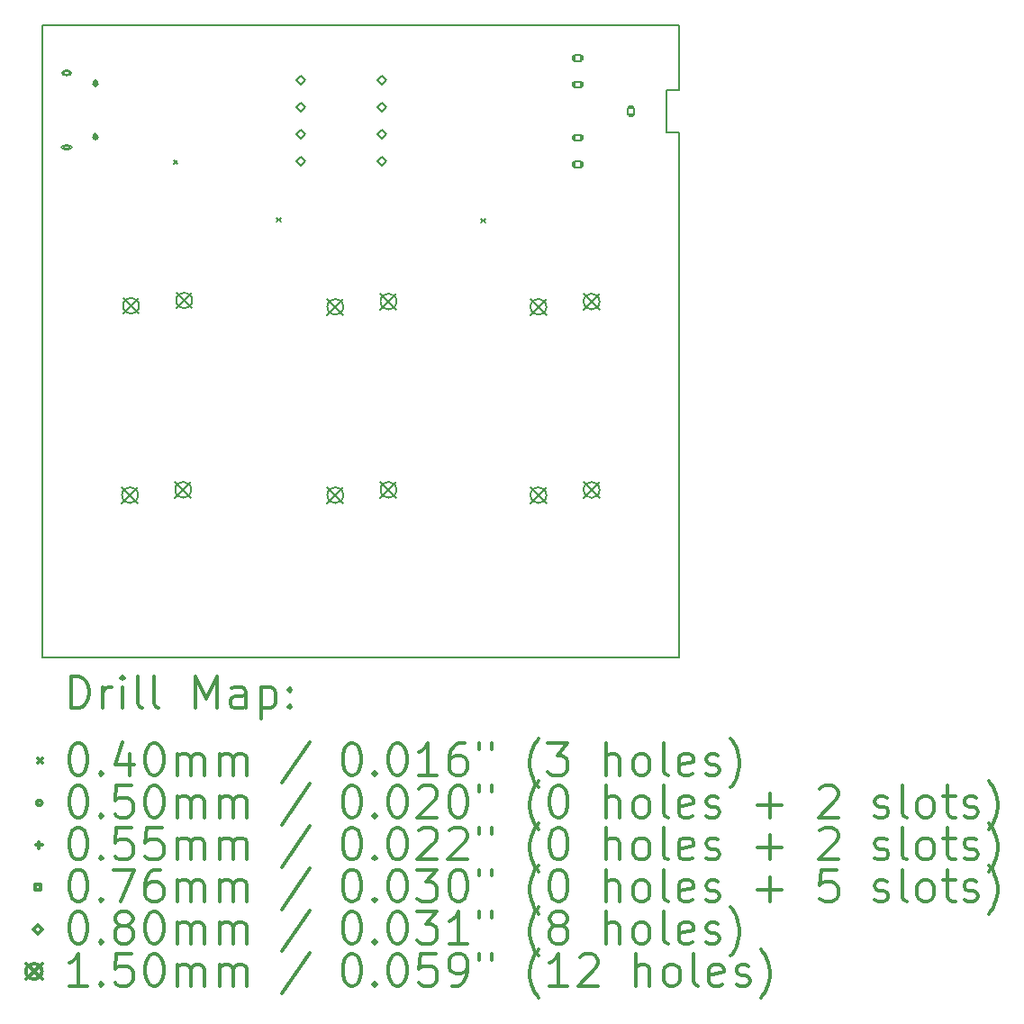
<source format=gbr>
%FSLAX45Y45*%
G04 Gerber Fmt 4.5, Leading zero omitted, Abs format (unit mm)*
G04 Created by KiCad (PCBNEW 4.0.6) date Sunday, July 23, 2017 'AMt' 01:21:17 AM*
%MOMM*%
%LPD*%
G01*
G04 APERTURE LIST*
%ADD10C,0.127000*%
%ADD11C,0.150000*%
%ADD12C,0.200000*%
%ADD13C,0.300000*%
G04 APERTURE END LIST*
D10*
D11*
X16967200Y-8162700D02*
X16967200Y-13102700D01*
X16847200Y-8162700D02*
X16967200Y-8162700D01*
X16847200Y-7762700D02*
X16847200Y-8162700D01*
X16967200Y-7762700D02*
X16847200Y-7762700D01*
X16967200Y-7352700D02*
X16967200Y-7762700D01*
X10987200Y-13102700D02*
X16967200Y-13102700D01*
X10987200Y-7152700D02*
X10987200Y-13102700D01*
X16967200Y-7152700D02*
X10987200Y-7152700D01*
X16967200Y-7352700D02*
X16967200Y-7152700D01*
D12*
X12217200Y-8422700D02*
X12257200Y-8462700D01*
X12257200Y-8422700D02*
X12217200Y-8462700D01*
X13187200Y-8962700D02*
X13227200Y-9002700D01*
X13227200Y-8962700D02*
X13187200Y-9002700D01*
X15107200Y-8972700D02*
X15147200Y-9012700D01*
X15147200Y-8972700D02*
X15107200Y-9012700D01*
X11237200Y-7602700D02*
G75*
G03X11237200Y-7602700I-25000J0D01*
G01*
X11179700Y-7617700D02*
X11244700Y-7617700D01*
X11179700Y-7587700D02*
X11244700Y-7587700D01*
X11244700Y-7617700D02*
G75*
G03X11244700Y-7587700I0J15000D01*
G01*
X11179700Y-7587700D02*
G75*
G03X11179700Y-7617700I0J-15000D01*
G01*
X11237200Y-8302700D02*
G75*
G03X11237200Y-8302700I-25000J0D01*
G01*
X11179700Y-8317700D02*
X11244700Y-8317700D01*
X11179700Y-8287700D02*
X11244700Y-8287700D01*
X11244700Y-8317700D02*
G75*
G03X11244700Y-8287700I0J15000D01*
G01*
X11179700Y-8287700D02*
G75*
G03X11179700Y-8317700I0J-15000D01*
G01*
X11482200Y-7675200D02*
X11482200Y-7730200D01*
X11454700Y-7702700D02*
X11509700Y-7702700D01*
X11464700Y-7687700D02*
X11464700Y-7717700D01*
X11499700Y-7687700D02*
X11499700Y-7717700D01*
X11464700Y-7717700D02*
G75*
G03X11499700Y-7717700I17500J0D01*
G01*
X11499700Y-7687700D02*
G75*
G03X11464700Y-7687700I-17500J0D01*
G01*
X11482200Y-8175200D02*
X11482200Y-8230200D01*
X11454700Y-8202700D02*
X11509700Y-8202700D01*
X11464700Y-8187700D02*
X11464700Y-8217700D01*
X11499700Y-8187700D02*
X11499700Y-8217700D01*
X11464700Y-8217700D02*
G75*
G03X11499700Y-8217700I17500J0D01*
G01*
X11499700Y-8187700D02*
G75*
G03X11464700Y-8187700I-17500J0D01*
G01*
X16044141Y-7489641D02*
X16044141Y-7435759D01*
X15990259Y-7435759D01*
X15990259Y-7489641D01*
X16044141Y-7489641D01*
X16039100Y-7434600D02*
X15995300Y-7434600D01*
X16039100Y-7490800D02*
X15995300Y-7490800D01*
X15995300Y-7434600D02*
G75*
G03X15995300Y-7490800I0J-28100D01*
G01*
X16039100Y-7490800D02*
G75*
G03X16039100Y-7434600I0J28100D01*
G01*
X16044141Y-7739641D02*
X16044141Y-7685759D01*
X15990259Y-7685759D01*
X15990259Y-7739641D01*
X16044141Y-7739641D01*
X16039100Y-7684600D02*
X15995300Y-7684600D01*
X16039100Y-7740800D02*
X15995300Y-7740800D01*
X15995300Y-7684600D02*
G75*
G03X15995300Y-7740800I0J-28100D01*
G01*
X16039100Y-7740800D02*
G75*
G03X16039100Y-7684600I0J28100D01*
G01*
X16044141Y-8239641D02*
X16044141Y-8185759D01*
X15990259Y-8185759D01*
X15990259Y-8239641D01*
X16044141Y-8239641D01*
X16039100Y-8184600D02*
X15995300Y-8184600D01*
X16039100Y-8240800D02*
X15995300Y-8240800D01*
X15995300Y-8184600D02*
G75*
G03X15995300Y-8240800I0J-28100D01*
G01*
X16039100Y-8240800D02*
G75*
G03X16039100Y-8184600I0J28100D01*
G01*
X16044141Y-8489641D02*
X16044141Y-8435759D01*
X15990259Y-8435759D01*
X15990259Y-8489641D01*
X16044141Y-8489641D01*
X16039100Y-8434600D02*
X15995300Y-8434600D01*
X16039100Y-8490800D02*
X15995300Y-8490800D01*
X15995300Y-8434600D02*
G75*
G03X15995300Y-8490800I0J-28100D01*
G01*
X16039100Y-8490800D02*
G75*
G03X16039100Y-8434600I0J28100D01*
G01*
X16544141Y-7989641D02*
X16544141Y-7935759D01*
X16490259Y-7935759D01*
X16490259Y-7989641D01*
X16544141Y-7989641D01*
X16545300Y-7984600D02*
X16545300Y-7940800D01*
X16489100Y-7984600D02*
X16489100Y-7940800D01*
X16545300Y-7940800D02*
G75*
G03X16489100Y-7940800I-28100J0D01*
G01*
X16489100Y-7984600D02*
G75*
G03X16545300Y-7984600I28100J0D01*
G01*
X13415200Y-7710700D02*
X13455200Y-7670700D01*
X13415200Y-7630700D01*
X13375200Y-7670700D01*
X13415200Y-7710700D01*
X13415200Y-7964700D02*
X13455200Y-7924700D01*
X13415200Y-7884700D01*
X13375200Y-7924700D01*
X13415200Y-7964700D01*
X13415200Y-8218700D02*
X13455200Y-8178700D01*
X13415200Y-8138700D01*
X13375200Y-8178700D01*
X13415200Y-8218700D01*
X13415200Y-8472700D02*
X13455200Y-8432700D01*
X13415200Y-8392700D01*
X13375200Y-8432700D01*
X13415200Y-8472700D01*
X14177200Y-7710700D02*
X14217200Y-7670700D01*
X14177200Y-7630700D01*
X14137200Y-7670700D01*
X14177200Y-7710700D01*
X14177200Y-7964700D02*
X14217200Y-7924700D01*
X14177200Y-7884700D01*
X14137200Y-7924700D01*
X14177200Y-7964700D01*
X14177200Y-8218700D02*
X14217200Y-8178700D01*
X14177200Y-8138700D01*
X14137200Y-8178700D01*
X14177200Y-8218700D01*
X14177200Y-8472700D02*
X14217200Y-8432700D01*
X14177200Y-8392700D01*
X14137200Y-8432700D01*
X14177200Y-8472700D01*
X11732200Y-11497700D02*
X11882200Y-11647700D01*
X11882200Y-11497700D02*
X11732200Y-11647700D01*
X11882200Y-11572700D02*
G75*
G03X11882200Y-11572700I-75000J0D01*
G01*
X11742200Y-9717700D02*
X11892200Y-9867700D01*
X11892200Y-9717700D02*
X11742200Y-9867700D01*
X11892200Y-9792700D02*
G75*
G03X11892200Y-9792700I-75000J0D01*
G01*
X12232200Y-11447700D02*
X12382200Y-11597700D01*
X12382200Y-11447700D02*
X12232200Y-11597700D01*
X12382200Y-11522700D02*
G75*
G03X12382200Y-11522700I-75000J0D01*
G01*
X12242200Y-9667700D02*
X12392200Y-9817700D01*
X12392200Y-9667700D02*
X12242200Y-9817700D01*
X12392200Y-9742700D02*
G75*
G03X12392200Y-9742700I-75000J0D01*
G01*
X13662200Y-9727700D02*
X13812200Y-9877700D01*
X13812200Y-9727700D02*
X13662200Y-9877700D01*
X13812200Y-9802700D02*
G75*
G03X13812200Y-9802700I-75000J0D01*
G01*
X13662200Y-11497700D02*
X13812200Y-11647700D01*
X13812200Y-11497700D02*
X13662200Y-11647700D01*
X13812200Y-11572700D02*
G75*
G03X13812200Y-11572700I-75000J0D01*
G01*
X14162200Y-9677700D02*
X14312200Y-9827700D01*
X14312200Y-9677700D02*
X14162200Y-9827700D01*
X14312200Y-9752700D02*
G75*
G03X14312200Y-9752700I-75000J0D01*
G01*
X14162200Y-11447700D02*
X14312200Y-11597700D01*
X14312200Y-11447700D02*
X14162200Y-11597700D01*
X14312200Y-11522700D02*
G75*
G03X14312200Y-11522700I-75000J0D01*
G01*
X15572200Y-9727700D02*
X15722200Y-9877700D01*
X15722200Y-9727700D02*
X15572200Y-9877700D01*
X15722200Y-9802700D02*
G75*
G03X15722200Y-9802700I-75000J0D01*
G01*
X15572200Y-11497700D02*
X15722200Y-11647700D01*
X15722200Y-11497700D02*
X15572200Y-11647700D01*
X15722200Y-11572700D02*
G75*
G03X15722200Y-11572700I-75000J0D01*
G01*
X16072200Y-9677700D02*
X16222200Y-9827700D01*
X16222200Y-9677700D02*
X16072200Y-9827700D01*
X16222200Y-9752700D02*
G75*
G03X16222200Y-9752700I-75000J0D01*
G01*
X16072200Y-11447700D02*
X16222200Y-11597700D01*
X16222200Y-11447700D02*
X16072200Y-11597700D01*
X16222200Y-11522700D02*
G75*
G03X16222200Y-11522700I-75000J0D01*
G01*
D13*
X11251128Y-13575914D02*
X11251128Y-13275914D01*
X11322557Y-13275914D01*
X11365414Y-13290200D01*
X11393986Y-13318771D01*
X11408271Y-13347343D01*
X11422557Y-13404486D01*
X11422557Y-13447343D01*
X11408271Y-13504486D01*
X11393986Y-13533057D01*
X11365414Y-13561629D01*
X11322557Y-13575914D01*
X11251128Y-13575914D01*
X11551128Y-13575914D02*
X11551128Y-13375914D01*
X11551128Y-13433057D02*
X11565414Y-13404486D01*
X11579700Y-13390200D01*
X11608271Y-13375914D01*
X11636843Y-13375914D01*
X11736843Y-13575914D02*
X11736843Y-13375914D01*
X11736843Y-13275914D02*
X11722557Y-13290200D01*
X11736843Y-13304486D01*
X11751128Y-13290200D01*
X11736843Y-13275914D01*
X11736843Y-13304486D01*
X11922557Y-13575914D02*
X11893986Y-13561629D01*
X11879700Y-13533057D01*
X11879700Y-13275914D01*
X12079700Y-13575914D02*
X12051128Y-13561629D01*
X12036843Y-13533057D01*
X12036843Y-13275914D01*
X12422557Y-13575914D02*
X12422557Y-13275914D01*
X12522557Y-13490200D01*
X12622557Y-13275914D01*
X12622557Y-13575914D01*
X12893986Y-13575914D02*
X12893986Y-13418771D01*
X12879700Y-13390200D01*
X12851128Y-13375914D01*
X12793986Y-13375914D01*
X12765414Y-13390200D01*
X12893986Y-13561629D02*
X12865414Y-13575914D01*
X12793986Y-13575914D01*
X12765414Y-13561629D01*
X12751128Y-13533057D01*
X12751128Y-13504486D01*
X12765414Y-13475914D01*
X12793986Y-13461629D01*
X12865414Y-13461629D01*
X12893986Y-13447343D01*
X13036843Y-13375914D02*
X13036843Y-13675914D01*
X13036843Y-13390200D02*
X13065414Y-13375914D01*
X13122557Y-13375914D01*
X13151128Y-13390200D01*
X13165414Y-13404486D01*
X13179700Y-13433057D01*
X13179700Y-13518771D01*
X13165414Y-13547343D01*
X13151128Y-13561629D01*
X13122557Y-13575914D01*
X13065414Y-13575914D01*
X13036843Y-13561629D01*
X13308271Y-13547343D02*
X13322557Y-13561629D01*
X13308271Y-13575914D01*
X13293986Y-13561629D01*
X13308271Y-13547343D01*
X13308271Y-13575914D01*
X13308271Y-13390200D02*
X13322557Y-13404486D01*
X13308271Y-13418771D01*
X13293986Y-13404486D01*
X13308271Y-13390200D01*
X13308271Y-13418771D01*
X10939700Y-14050200D02*
X10979700Y-14090200D01*
X10979700Y-14050200D02*
X10939700Y-14090200D01*
X11308271Y-13905914D02*
X11336843Y-13905914D01*
X11365414Y-13920200D01*
X11379700Y-13934486D01*
X11393986Y-13963057D01*
X11408271Y-14020200D01*
X11408271Y-14091629D01*
X11393986Y-14148771D01*
X11379700Y-14177343D01*
X11365414Y-14191629D01*
X11336843Y-14205914D01*
X11308271Y-14205914D01*
X11279700Y-14191629D01*
X11265414Y-14177343D01*
X11251128Y-14148771D01*
X11236843Y-14091629D01*
X11236843Y-14020200D01*
X11251128Y-13963057D01*
X11265414Y-13934486D01*
X11279700Y-13920200D01*
X11308271Y-13905914D01*
X11536843Y-14177343D02*
X11551128Y-14191629D01*
X11536843Y-14205914D01*
X11522557Y-14191629D01*
X11536843Y-14177343D01*
X11536843Y-14205914D01*
X11808271Y-14005914D02*
X11808271Y-14205914D01*
X11736843Y-13891629D02*
X11665414Y-14105914D01*
X11851128Y-14105914D01*
X12022557Y-13905914D02*
X12051128Y-13905914D01*
X12079700Y-13920200D01*
X12093986Y-13934486D01*
X12108271Y-13963057D01*
X12122557Y-14020200D01*
X12122557Y-14091629D01*
X12108271Y-14148771D01*
X12093986Y-14177343D01*
X12079700Y-14191629D01*
X12051128Y-14205914D01*
X12022557Y-14205914D01*
X11993986Y-14191629D01*
X11979700Y-14177343D01*
X11965414Y-14148771D01*
X11951128Y-14091629D01*
X11951128Y-14020200D01*
X11965414Y-13963057D01*
X11979700Y-13934486D01*
X11993986Y-13920200D01*
X12022557Y-13905914D01*
X12251128Y-14205914D02*
X12251128Y-14005914D01*
X12251128Y-14034486D02*
X12265414Y-14020200D01*
X12293986Y-14005914D01*
X12336843Y-14005914D01*
X12365414Y-14020200D01*
X12379700Y-14048771D01*
X12379700Y-14205914D01*
X12379700Y-14048771D02*
X12393986Y-14020200D01*
X12422557Y-14005914D01*
X12465414Y-14005914D01*
X12493986Y-14020200D01*
X12508271Y-14048771D01*
X12508271Y-14205914D01*
X12651128Y-14205914D02*
X12651128Y-14005914D01*
X12651128Y-14034486D02*
X12665414Y-14020200D01*
X12693986Y-14005914D01*
X12736843Y-14005914D01*
X12765414Y-14020200D01*
X12779700Y-14048771D01*
X12779700Y-14205914D01*
X12779700Y-14048771D02*
X12793986Y-14020200D01*
X12822557Y-14005914D01*
X12865414Y-14005914D01*
X12893986Y-14020200D01*
X12908271Y-14048771D01*
X12908271Y-14205914D01*
X13493986Y-13891629D02*
X13236843Y-14277343D01*
X13879700Y-13905914D02*
X13908271Y-13905914D01*
X13936843Y-13920200D01*
X13951128Y-13934486D01*
X13965414Y-13963057D01*
X13979700Y-14020200D01*
X13979700Y-14091629D01*
X13965414Y-14148771D01*
X13951128Y-14177343D01*
X13936843Y-14191629D01*
X13908271Y-14205914D01*
X13879700Y-14205914D01*
X13851128Y-14191629D01*
X13836843Y-14177343D01*
X13822557Y-14148771D01*
X13808271Y-14091629D01*
X13808271Y-14020200D01*
X13822557Y-13963057D01*
X13836843Y-13934486D01*
X13851128Y-13920200D01*
X13879700Y-13905914D01*
X14108271Y-14177343D02*
X14122557Y-14191629D01*
X14108271Y-14205914D01*
X14093986Y-14191629D01*
X14108271Y-14177343D01*
X14108271Y-14205914D01*
X14308271Y-13905914D02*
X14336843Y-13905914D01*
X14365414Y-13920200D01*
X14379700Y-13934486D01*
X14393985Y-13963057D01*
X14408271Y-14020200D01*
X14408271Y-14091629D01*
X14393985Y-14148771D01*
X14379700Y-14177343D01*
X14365414Y-14191629D01*
X14336843Y-14205914D01*
X14308271Y-14205914D01*
X14279700Y-14191629D01*
X14265414Y-14177343D01*
X14251128Y-14148771D01*
X14236843Y-14091629D01*
X14236843Y-14020200D01*
X14251128Y-13963057D01*
X14265414Y-13934486D01*
X14279700Y-13920200D01*
X14308271Y-13905914D01*
X14693985Y-14205914D02*
X14522557Y-14205914D01*
X14608271Y-14205914D02*
X14608271Y-13905914D01*
X14579700Y-13948771D01*
X14551128Y-13977343D01*
X14522557Y-13991629D01*
X14951128Y-13905914D02*
X14893985Y-13905914D01*
X14865414Y-13920200D01*
X14851128Y-13934486D01*
X14822557Y-13977343D01*
X14808271Y-14034486D01*
X14808271Y-14148771D01*
X14822557Y-14177343D01*
X14836843Y-14191629D01*
X14865414Y-14205914D01*
X14922557Y-14205914D01*
X14951128Y-14191629D01*
X14965414Y-14177343D01*
X14979700Y-14148771D01*
X14979700Y-14077343D01*
X14965414Y-14048771D01*
X14951128Y-14034486D01*
X14922557Y-14020200D01*
X14865414Y-14020200D01*
X14836843Y-14034486D01*
X14822557Y-14048771D01*
X14808271Y-14077343D01*
X15093986Y-13905914D02*
X15093986Y-13963057D01*
X15208271Y-13905914D02*
X15208271Y-13963057D01*
X15651128Y-14320200D02*
X15636843Y-14305914D01*
X15608271Y-14263057D01*
X15593985Y-14234486D01*
X15579700Y-14191629D01*
X15565414Y-14120200D01*
X15565414Y-14063057D01*
X15579700Y-13991629D01*
X15593985Y-13948771D01*
X15608271Y-13920200D01*
X15636843Y-13877343D01*
X15651128Y-13863057D01*
X15736843Y-13905914D02*
X15922557Y-13905914D01*
X15822557Y-14020200D01*
X15865414Y-14020200D01*
X15893985Y-14034486D01*
X15908271Y-14048771D01*
X15922557Y-14077343D01*
X15922557Y-14148771D01*
X15908271Y-14177343D01*
X15893985Y-14191629D01*
X15865414Y-14205914D01*
X15779700Y-14205914D01*
X15751128Y-14191629D01*
X15736843Y-14177343D01*
X16279700Y-14205914D02*
X16279700Y-13905914D01*
X16408271Y-14205914D02*
X16408271Y-14048771D01*
X16393985Y-14020200D01*
X16365414Y-14005914D01*
X16322557Y-14005914D01*
X16293985Y-14020200D01*
X16279700Y-14034486D01*
X16593985Y-14205914D02*
X16565414Y-14191629D01*
X16551128Y-14177343D01*
X16536843Y-14148771D01*
X16536843Y-14063057D01*
X16551128Y-14034486D01*
X16565414Y-14020200D01*
X16593985Y-14005914D01*
X16636843Y-14005914D01*
X16665414Y-14020200D01*
X16679700Y-14034486D01*
X16693985Y-14063057D01*
X16693985Y-14148771D01*
X16679700Y-14177343D01*
X16665414Y-14191629D01*
X16636843Y-14205914D01*
X16593985Y-14205914D01*
X16865414Y-14205914D02*
X16836843Y-14191629D01*
X16822557Y-14163057D01*
X16822557Y-13905914D01*
X17093986Y-14191629D02*
X17065414Y-14205914D01*
X17008271Y-14205914D01*
X16979700Y-14191629D01*
X16965414Y-14163057D01*
X16965414Y-14048771D01*
X16979700Y-14020200D01*
X17008271Y-14005914D01*
X17065414Y-14005914D01*
X17093986Y-14020200D01*
X17108271Y-14048771D01*
X17108271Y-14077343D01*
X16965414Y-14105914D01*
X17222557Y-14191629D02*
X17251129Y-14205914D01*
X17308271Y-14205914D01*
X17336843Y-14191629D01*
X17351129Y-14163057D01*
X17351129Y-14148771D01*
X17336843Y-14120200D01*
X17308271Y-14105914D01*
X17265414Y-14105914D01*
X17236843Y-14091629D01*
X17222557Y-14063057D01*
X17222557Y-14048771D01*
X17236843Y-14020200D01*
X17265414Y-14005914D01*
X17308271Y-14005914D01*
X17336843Y-14020200D01*
X17451128Y-14320200D02*
X17465414Y-14305914D01*
X17493986Y-14263057D01*
X17508271Y-14234486D01*
X17522557Y-14191629D01*
X17536843Y-14120200D01*
X17536843Y-14063057D01*
X17522557Y-13991629D01*
X17508271Y-13948771D01*
X17493986Y-13920200D01*
X17465414Y-13877343D01*
X17451128Y-13863057D01*
X10979700Y-14466200D02*
G75*
G03X10979700Y-14466200I-25000J0D01*
G01*
X11308271Y-14301914D02*
X11336843Y-14301914D01*
X11365414Y-14316200D01*
X11379700Y-14330486D01*
X11393986Y-14359057D01*
X11408271Y-14416200D01*
X11408271Y-14487629D01*
X11393986Y-14544771D01*
X11379700Y-14573343D01*
X11365414Y-14587629D01*
X11336843Y-14601914D01*
X11308271Y-14601914D01*
X11279700Y-14587629D01*
X11265414Y-14573343D01*
X11251128Y-14544771D01*
X11236843Y-14487629D01*
X11236843Y-14416200D01*
X11251128Y-14359057D01*
X11265414Y-14330486D01*
X11279700Y-14316200D01*
X11308271Y-14301914D01*
X11536843Y-14573343D02*
X11551128Y-14587629D01*
X11536843Y-14601914D01*
X11522557Y-14587629D01*
X11536843Y-14573343D01*
X11536843Y-14601914D01*
X11822557Y-14301914D02*
X11679700Y-14301914D01*
X11665414Y-14444771D01*
X11679700Y-14430486D01*
X11708271Y-14416200D01*
X11779700Y-14416200D01*
X11808271Y-14430486D01*
X11822557Y-14444771D01*
X11836843Y-14473343D01*
X11836843Y-14544771D01*
X11822557Y-14573343D01*
X11808271Y-14587629D01*
X11779700Y-14601914D01*
X11708271Y-14601914D01*
X11679700Y-14587629D01*
X11665414Y-14573343D01*
X12022557Y-14301914D02*
X12051128Y-14301914D01*
X12079700Y-14316200D01*
X12093986Y-14330486D01*
X12108271Y-14359057D01*
X12122557Y-14416200D01*
X12122557Y-14487629D01*
X12108271Y-14544771D01*
X12093986Y-14573343D01*
X12079700Y-14587629D01*
X12051128Y-14601914D01*
X12022557Y-14601914D01*
X11993986Y-14587629D01*
X11979700Y-14573343D01*
X11965414Y-14544771D01*
X11951128Y-14487629D01*
X11951128Y-14416200D01*
X11965414Y-14359057D01*
X11979700Y-14330486D01*
X11993986Y-14316200D01*
X12022557Y-14301914D01*
X12251128Y-14601914D02*
X12251128Y-14401914D01*
X12251128Y-14430486D02*
X12265414Y-14416200D01*
X12293986Y-14401914D01*
X12336843Y-14401914D01*
X12365414Y-14416200D01*
X12379700Y-14444771D01*
X12379700Y-14601914D01*
X12379700Y-14444771D02*
X12393986Y-14416200D01*
X12422557Y-14401914D01*
X12465414Y-14401914D01*
X12493986Y-14416200D01*
X12508271Y-14444771D01*
X12508271Y-14601914D01*
X12651128Y-14601914D02*
X12651128Y-14401914D01*
X12651128Y-14430486D02*
X12665414Y-14416200D01*
X12693986Y-14401914D01*
X12736843Y-14401914D01*
X12765414Y-14416200D01*
X12779700Y-14444771D01*
X12779700Y-14601914D01*
X12779700Y-14444771D02*
X12793986Y-14416200D01*
X12822557Y-14401914D01*
X12865414Y-14401914D01*
X12893986Y-14416200D01*
X12908271Y-14444771D01*
X12908271Y-14601914D01*
X13493986Y-14287629D02*
X13236843Y-14673343D01*
X13879700Y-14301914D02*
X13908271Y-14301914D01*
X13936843Y-14316200D01*
X13951128Y-14330486D01*
X13965414Y-14359057D01*
X13979700Y-14416200D01*
X13979700Y-14487629D01*
X13965414Y-14544771D01*
X13951128Y-14573343D01*
X13936843Y-14587629D01*
X13908271Y-14601914D01*
X13879700Y-14601914D01*
X13851128Y-14587629D01*
X13836843Y-14573343D01*
X13822557Y-14544771D01*
X13808271Y-14487629D01*
X13808271Y-14416200D01*
X13822557Y-14359057D01*
X13836843Y-14330486D01*
X13851128Y-14316200D01*
X13879700Y-14301914D01*
X14108271Y-14573343D02*
X14122557Y-14587629D01*
X14108271Y-14601914D01*
X14093986Y-14587629D01*
X14108271Y-14573343D01*
X14108271Y-14601914D01*
X14308271Y-14301914D02*
X14336843Y-14301914D01*
X14365414Y-14316200D01*
X14379700Y-14330486D01*
X14393985Y-14359057D01*
X14408271Y-14416200D01*
X14408271Y-14487629D01*
X14393985Y-14544771D01*
X14379700Y-14573343D01*
X14365414Y-14587629D01*
X14336843Y-14601914D01*
X14308271Y-14601914D01*
X14279700Y-14587629D01*
X14265414Y-14573343D01*
X14251128Y-14544771D01*
X14236843Y-14487629D01*
X14236843Y-14416200D01*
X14251128Y-14359057D01*
X14265414Y-14330486D01*
X14279700Y-14316200D01*
X14308271Y-14301914D01*
X14522557Y-14330486D02*
X14536843Y-14316200D01*
X14565414Y-14301914D01*
X14636843Y-14301914D01*
X14665414Y-14316200D01*
X14679700Y-14330486D01*
X14693985Y-14359057D01*
X14693985Y-14387629D01*
X14679700Y-14430486D01*
X14508271Y-14601914D01*
X14693985Y-14601914D01*
X14879700Y-14301914D02*
X14908271Y-14301914D01*
X14936843Y-14316200D01*
X14951128Y-14330486D01*
X14965414Y-14359057D01*
X14979700Y-14416200D01*
X14979700Y-14487629D01*
X14965414Y-14544771D01*
X14951128Y-14573343D01*
X14936843Y-14587629D01*
X14908271Y-14601914D01*
X14879700Y-14601914D01*
X14851128Y-14587629D01*
X14836843Y-14573343D01*
X14822557Y-14544771D01*
X14808271Y-14487629D01*
X14808271Y-14416200D01*
X14822557Y-14359057D01*
X14836843Y-14330486D01*
X14851128Y-14316200D01*
X14879700Y-14301914D01*
X15093986Y-14301914D02*
X15093986Y-14359057D01*
X15208271Y-14301914D02*
X15208271Y-14359057D01*
X15651128Y-14716200D02*
X15636843Y-14701914D01*
X15608271Y-14659057D01*
X15593985Y-14630486D01*
X15579700Y-14587629D01*
X15565414Y-14516200D01*
X15565414Y-14459057D01*
X15579700Y-14387629D01*
X15593985Y-14344771D01*
X15608271Y-14316200D01*
X15636843Y-14273343D01*
X15651128Y-14259057D01*
X15822557Y-14301914D02*
X15851128Y-14301914D01*
X15879700Y-14316200D01*
X15893985Y-14330486D01*
X15908271Y-14359057D01*
X15922557Y-14416200D01*
X15922557Y-14487629D01*
X15908271Y-14544771D01*
X15893985Y-14573343D01*
X15879700Y-14587629D01*
X15851128Y-14601914D01*
X15822557Y-14601914D01*
X15793985Y-14587629D01*
X15779700Y-14573343D01*
X15765414Y-14544771D01*
X15751128Y-14487629D01*
X15751128Y-14416200D01*
X15765414Y-14359057D01*
X15779700Y-14330486D01*
X15793985Y-14316200D01*
X15822557Y-14301914D01*
X16279700Y-14601914D02*
X16279700Y-14301914D01*
X16408271Y-14601914D02*
X16408271Y-14444771D01*
X16393985Y-14416200D01*
X16365414Y-14401914D01*
X16322557Y-14401914D01*
X16293985Y-14416200D01*
X16279700Y-14430486D01*
X16593985Y-14601914D02*
X16565414Y-14587629D01*
X16551128Y-14573343D01*
X16536843Y-14544771D01*
X16536843Y-14459057D01*
X16551128Y-14430486D01*
X16565414Y-14416200D01*
X16593985Y-14401914D01*
X16636843Y-14401914D01*
X16665414Y-14416200D01*
X16679700Y-14430486D01*
X16693985Y-14459057D01*
X16693985Y-14544771D01*
X16679700Y-14573343D01*
X16665414Y-14587629D01*
X16636843Y-14601914D01*
X16593985Y-14601914D01*
X16865414Y-14601914D02*
X16836843Y-14587629D01*
X16822557Y-14559057D01*
X16822557Y-14301914D01*
X17093986Y-14587629D02*
X17065414Y-14601914D01*
X17008271Y-14601914D01*
X16979700Y-14587629D01*
X16965414Y-14559057D01*
X16965414Y-14444771D01*
X16979700Y-14416200D01*
X17008271Y-14401914D01*
X17065414Y-14401914D01*
X17093986Y-14416200D01*
X17108271Y-14444771D01*
X17108271Y-14473343D01*
X16965414Y-14501914D01*
X17222557Y-14587629D02*
X17251129Y-14601914D01*
X17308271Y-14601914D01*
X17336843Y-14587629D01*
X17351129Y-14559057D01*
X17351129Y-14544771D01*
X17336843Y-14516200D01*
X17308271Y-14501914D01*
X17265414Y-14501914D01*
X17236843Y-14487629D01*
X17222557Y-14459057D01*
X17222557Y-14444771D01*
X17236843Y-14416200D01*
X17265414Y-14401914D01*
X17308271Y-14401914D01*
X17336843Y-14416200D01*
X17708271Y-14487629D02*
X17936843Y-14487629D01*
X17822557Y-14601914D02*
X17822557Y-14373343D01*
X18293986Y-14330486D02*
X18308271Y-14316200D01*
X18336843Y-14301914D01*
X18408271Y-14301914D01*
X18436843Y-14316200D01*
X18451128Y-14330486D01*
X18465414Y-14359057D01*
X18465414Y-14387629D01*
X18451128Y-14430486D01*
X18279700Y-14601914D01*
X18465414Y-14601914D01*
X18808271Y-14587629D02*
X18836843Y-14601914D01*
X18893986Y-14601914D01*
X18922557Y-14587629D01*
X18936843Y-14559057D01*
X18936843Y-14544771D01*
X18922557Y-14516200D01*
X18893986Y-14501914D01*
X18851128Y-14501914D01*
X18822557Y-14487629D01*
X18808271Y-14459057D01*
X18808271Y-14444771D01*
X18822557Y-14416200D01*
X18851128Y-14401914D01*
X18893986Y-14401914D01*
X18922557Y-14416200D01*
X19108271Y-14601914D02*
X19079700Y-14587629D01*
X19065414Y-14559057D01*
X19065414Y-14301914D01*
X19265414Y-14601914D02*
X19236843Y-14587629D01*
X19222557Y-14573343D01*
X19208271Y-14544771D01*
X19208271Y-14459057D01*
X19222557Y-14430486D01*
X19236843Y-14416200D01*
X19265414Y-14401914D01*
X19308271Y-14401914D01*
X19336843Y-14416200D01*
X19351128Y-14430486D01*
X19365414Y-14459057D01*
X19365414Y-14544771D01*
X19351128Y-14573343D01*
X19336843Y-14587629D01*
X19308271Y-14601914D01*
X19265414Y-14601914D01*
X19451128Y-14401914D02*
X19565414Y-14401914D01*
X19493986Y-14301914D02*
X19493986Y-14559057D01*
X19508271Y-14587629D01*
X19536843Y-14601914D01*
X19565414Y-14601914D01*
X19651129Y-14587629D02*
X19679700Y-14601914D01*
X19736843Y-14601914D01*
X19765414Y-14587629D01*
X19779700Y-14559057D01*
X19779700Y-14544771D01*
X19765414Y-14516200D01*
X19736843Y-14501914D01*
X19693986Y-14501914D01*
X19665414Y-14487629D01*
X19651129Y-14459057D01*
X19651129Y-14444771D01*
X19665414Y-14416200D01*
X19693986Y-14401914D01*
X19736843Y-14401914D01*
X19765414Y-14416200D01*
X19879700Y-14716200D02*
X19893986Y-14701914D01*
X19922557Y-14659057D01*
X19936843Y-14630486D01*
X19951128Y-14587629D01*
X19965414Y-14516200D01*
X19965414Y-14459057D01*
X19951128Y-14387629D01*
X19936843Y-14344771D01*
X19922557Y-14316200D01*
X19893986Y-14273343D01*
X19879700Y-14259057D01*
X10952200Y-14834700D02*
X10952200Y-14889700D01*
X10924700Y-14862200D02*
X10979700Y-14862200D01*
X11308271Y-14697914D02*
X11336843Y-14697914D01*
X11365414Y-14712200D01*
X11379700Y-14726486D01*
X11393986Y-14755057D01*
X11408271Y-14812200D01*
X11408271Y-14883629D01*
X11393986Y-14940771D01*
X11379700Y-14969343D01*
X11365414Y-14983629D01*
X11336843Y-14997914D01*
X11308271Y-14997914D01*
X11279700Y-14983629D01*
X11265414Y-14969343D01*
X11251128Y-14940771D01*
X11236843Y-14883629D01*
X11236843Y-14812200D01*
X11251128Y-14755057D01*
X11265414Y-14726486D01*
X11279700Y-14712200D01*
X11308271Y-14697914D01*
X11536843Y-14969343D02*
X11551128Y-14983629D01*
X11536843Y-14997914D01*
X11522557Y-14983629D01*
X11536843Y-14969343D01*
X11536843Y-14997914D01*
X11822557Y-14697914D02*
X11679700Y-14697914D01*
X11665414Y-14840771D01*
X11679700Y-14826486D01*
X11708271Y-14812200D01*
X11779700Y-14812200D01*
X11808271Y-14826486D01*
X11822557Y-14840771D01*
X11836843Y-14869343D01*
X11836843Y-14940771D01*
X11822557Y-14969343D01*
X11808271Y-14983629D01*
X11779700Y-14997914D01*
X11708271Y-14997914D01*
X11679700Y-14983629D01*
X11665414Y-14969343D01*
X12108271Y-14697914D02*
X11965414Y-14697914D01*
X11951128Y-14840771D01*
X11965414Y-14826486D01*
X11993986Y-14812200D01*
X12065414Y-14812200D01*
X12093986Y-14826486D01*
X12108271Y-14840771D01*
X12122557Y-14869343D01*
X12122557Y-14940771D01*
X12108271Y-14969343D01*
X12093986Y-14983629D01*
X12065414Y-14997914D01*
X11993986Y-14997914D01*
X11965414Y-14983629D01*
X11951128Y-14969343D01*
X12251128Y-14997914D02*
X12251128Y-14797914D01*
X12251128Y-14826486D02*
X12265414Y-14812200D01*
X12293986Y-14797914D01*
X12336843Y-14797914D01*
X12365414Y-14812200D01*
X12379700Y-14840771D01*
X12379700Y-14997914D01*
X12379700Y-14840771D02*
X12393986Y-14812200D01*
X12422557Y-14797914D01*
X12465414Y-14797914D01*
X12493986Y-14812200D01*
X12508271Y-14840771D01*
X12508271Y-14997914D01*
X12651128Y-14997914D02*
X12651128Y-14797914D01*
X12651128Y-14826486D02*
X12665414Y-14812200D01*
X12693986Y-14797914D01*
X12736843Y-14797914D01*
X12765414Y-14812200D01*
X12779700Y-14840771D01*
X12779700Y-14997914D01*
X12779700Y-14840771D02*
X12793986Y-14812200D01*
X12822557Y-14797914D01*
X12865414Y-14797914D01*
X12893986Y-14812200D01*
X12908271Y-14840771D01*
X12908271Y-14997914D01*
X13493986Y-14683629D02*
X13236843Y-15069343D01*
X13879700Y-14697914D02*
X13908271Y-14697914D01*
X13936843Y-14712200D01*
X13951128Y-14726486D01*
X13965414Y-14755057D01*
X13979700Y-14812200D01*
X13979700Y-14883629D01*
X13965414Y-14940771D01*
X13951128Y-14969343D01*
X13936843Y-14983629D01*
X13908271Y-14997914D01*
X13879700Y-14997914D01*
X13851128Y-14983629D01*
X13836843Y-14969343D01*
X13822557Y-14940771D01*
X13808271Y-14883629D01*
X13808271Y-14812200D01*
X13822557Y-14755057D01*
X13836843Y-14726486D01*
X13851128Y-14712200D01*
X13879700Y-14697914D01*
X14108271Y-14969343D02*
X14122557Y-14983629D01*
X14108271Y-14997914D01*
X14093986Y-14983629D01*
X14108271Y-14969343D01*
X14108271Y-14997914D01*
X14308271Y-14697914D02*
X14336843Y-14697914D01*
X14365414Y-14712200D01*
X14379700Y-14726486D01*
X14393985Y-14755057D01*
X14408271Y-14812200D01*
X14408271Y-14883629D01*
X14393985Y-14940771D01*
X14379700Y-14969343D01*
X14365414Y-14983629D01*
X14336843Y-14997914D01*
X14308271Y-14997914D01*
X14279700Y-14983629D01*
X14265414Y-14969343D01*
X14251128Y-14940771D01*
X14236843Y-14883629D01*
X14236843Y-14812200D01*
X14251128Y-14755057D01*
X14265414Y-14726486D01*
X14279700Y-14712200D01*
X14308271Y-14697914D01*
X14522557Y-14726486D02*
X14536843Y-14712200D01*
X14565414Y-14697914D01*
X14636843Y-14697914D01*
X14665414Y-14712200D01*
X14679700Y-14726486D01*
X14693985Y-14755057D01*
X14693985Y-14783629D01*
X14679700Y-14826486D01*
X14508271Y-14997914D01*
X14693985Y-14997914D01*
X14808271Y-14726486D02*
X14822557Y-14712200D01*
X14851128Y-14697914D01*
X14922557Y-14697914D01*
X14951128Y-14712200D01*
X14965414Y-14726486D01*
X14979700Y-14755057D01*
X14979700Y-14783629D01*
X14965414Y-14826486D01*
X14793985Y-14997914D01*
X14979700Y-14997914D01*
X15093986Y-14697914D02*
X15093986Y-14755057D01*
X15208271Y-14697914D02*
X15208271Y-14755057D01*
X15651128Y-15112200D02*
X15636843Y-15097914D01*
X15608271Y-15055057D01*
X15593985Y-15026486D01*
X15579700Y-14983629D01*
X15565414Y-14912200D01*
X15565414Y-14855057D01*
X15579700Y-14783629D01*
X15593985Y-14740771D01*
X15608271Y-14712200D01*
X15636843Y-14669343D01*
X15651128Y-14655057D01*
X15822557Y-14697914D02*
X15851128Y-14697914D01*
X15879700Y-14712200D01*
X15893985Y-14726486D01*
X15908271Y-14755057D01*
X15922557Y-14812200D01*
X15922557Y-14883629D01*
X15908271Y-14940771D01*
X15893985Y-14969343D01*
X15879700Y-14983629D01*
X15851128Y-14997914D01*
X15822557Y-14997914D01*
X15793985Y-14983629D01*
X15779700Y-14969343D01*
X15765414Y-14940771D01*
X15751128Y-14883629D01*
X15751128Y-14812200D01*
X15765414Y-14755057D01*
X15779700Y-14726486D01*
X15793985Y-14712200D01*
X15822557Y-14697914D01*
X16279700Y-14997914D02*
X16279700Y-14697914D01*
X16408271Y-14997914D02*
X16408271Y-14840771D01*
X16393985Y-14812200D01*
X16365414Y-14797914D01*
X16322557Y-14797914D01*
X16293985Y-14812200D01*
X16279700Y-14826486D01*
X16593985Y-14997914D02*
X16565414Y-14983629D01*
X16551128Y-14969343D01*
X16536843Y-14940771D01*
X16536843Y-14855057D01*
X16551128Y-14826486D01*
X16565414Y-14812200D01*
X16593985Y-14797914D01*
X16636843Y-14797914D01*
X16665414Y-14812200D01*
X16679700Y-14826486D01*
X16693985Y-14855057D01*
X16693985Y-14940771D01*
X16679700Y-14969343D01*
X16665414Y-14983629D01*
X16636843Y-14997914D01*
X16593985Y-14997914D01*
X16865414Y-14997914D02*
X16836843Y-14983629D01*
X16822557Y-14955057D01*
X16822557Y-14697914D01*
X17093986Y-14983629D02*
X17065414Y-14997914D01*
X17008271Y-14997914D01*
X16979700Y-14983629D01*
X16965414Y-14955057D01*
X16965414Y-14840771D01*
X16979700Y-14812200D01*
X17008271Y-14797914D01*
X17065414Y-14797914D01*
X17093986Y-14812200D01*
X17108271Y-14840771D01*
X17108271Y-14869343D01*
X16965414Y-14897914D01*
X17222557Y-14983629D02*
X17251129Y-14997914D01*
X17308271Y-14997914D01*
X17336843Y-14983629D01*
X17351129Y-14955057D01*
X17351129Y-14940771D01*
X17336843Y-14912200D01*
X17308271Y-14897914D01*
X17265414Y-14897914D01*
X17236843Y-14883629D01*
X17222557Y-14855057D01*
X17222557Y-14840771D01*
X17236843Y-14812200D01*
X17265414Y-14797914D01*
X17308271Y-14797914D01*
X17336843Y-14812200D01*
X17708271Y-14883629D02*
X17936843Y-14883629D01*
X17822557Y-14997914D02*
X17822557Y-14769343D01*
X18293986Y-14726486D02*
X18308271Y-14712200D01*
X18336843Y-14697914D01*
X18408271Y-14697914D01*
X18436843Y-14712200D01*
X18451128Y-14726486D01*
X18465414Y-14755057D01*
X18465414Y-14783629D01*
X18451128Y-14826486D01*
X18279700Y-14997914D01*
X18465414Y-14997914D01*
X18808271Y-14983629D02*
X18836843Y-14997914D01*
X18893986Y-14997914D01*
X18922557Y-14983629D01*
X18936843Y-14955057D01*
X18936843Y-14940771D01*
X18922557Y-14912200D01*
X18893986Y-14897914D01*
X18851128Y-14897914D01*
X18822557Y-14883629D01*
X18808271Y-14855057D01*
X18808271Y-14840771D01*
X18822557Y-14812200D01*
X18851128Y-14797914D01*
X18893986Y-14797914D01*
X18922557Y-14812200D01*
X19108271Y-14997914D02*
X19079700Y-14983629D01*
X19065414Y-14955057D01*
X19065414Y-14697914D01*
X19265414Y-14997914D02*
X19236843Y-14983629D01*
X19222557Y-14969343D01*
X19208271Y-14940771D01*
X19208271Y-14855057D01*
X19222557Y-14826486D01*
X19236843Y-14812200D01*
X19265414Y-14797914D01*
X19308271Y-14797914D01*
X19336843Y-14812200D01*
X19351128Y-14826486D01*
X19365414Y-14855057D01*
X19365414Y-14940771D01*
X19351128Y-14969343D01*
X19336843Y-14983629D01*
X19308271Y-14997914D01*
X19265414Y-14997914D01*
X19451128Y-14797914D02*
X19565414Y-14797914D01*
X19493986Y-14697914D02*
X19493986Y-14955057D01*
X19508271Y-14983629D01*
X19536843Y-14997914D01*
X19565414Y-14997914D01*
X19651129Y-14983629D02*
X19679700Y-14997914D01*
X19736843Y-14997914D01*
X19765414Y-14983629D01*
X19779700Y-14955057D01*
X19779700Y-14940771D01*
X19765414Y-14912200D01*
X19736843Y-14897914D01*
X19693986Y-14897914D01*
X19665414Y-14883629D01*
X19651129Y-14855057D01*
X19651129Y-14840771D01*
X19665414Y-14812200D01*
X19693986Y-14797914D01*
X19736843Y-14797914D01*
X19765414Y-14812200D01*
X19879700Y-15112200D02*
X19893986Y-15097914D01*
X19922557Y-15055057D01*
X19936843Y-15026486D01*
X19951128Y-14983629D01*
X19965414Y-14912200D01*
X19965414Y-14855057D01*
X19951128Y-14783629D01*
X19936843Y-14740771D01*
X19922557Y-14712200D01*
X19893986Y-14669343D01*
X19879700Y-14655057D01*
X10968541Y-15285141D02*
X10968541Y-15231259D01*
X10914659Y-15231259D01*
X10914659Y-15285141D01*
X10968541Y-15285141D01*
X11308271Y-15093914D02*
X11336843Y-15093914D01*
X11365414Y-15108200D01*
X11379700Y-15122486D01*
X11393986Y-15151057D01*
X11408271Y-15208200D01*
X11408271Y-15279629D01*
X11393986Y-15336771D01*
X11379700Y-15365343D01*
X11365414Y-15379629D01*
X11336843Y-15393914D01*
X11308271Y-15393914D01*
X11279700Y-15379629D01*
X11265414Y-15365343D01*
X11251128Y-15336771D01*
X11236843Y-15279629D01*
X11236843Y-15208200D01*
X11251128Y-15151057D01*
X11265414Y-15122486D01*
X11279700Y-15108200D01*
X11308271Y-15093914D01*
X11536843Y-15365343D02*
X11551128Y-15379629D01*
X11536843Y-15393914D01*
X11522557Y-15379629D01*
X11536843Y-15365343D01*
X11536843Y-15393914D01*
X11651128Y-15093914D02*
X11851128Y-15093914D01*
X11722557Y-15393914D01*
X12093986Y-15093914D02*
X12036843Y-15093914D01*
X12008271Y-15108200D01*
X11993986Y-15122486D01*
X11965414Y-15165343D01*
X11951128Y-15222486D01*
X11951128Y-15336771D01*
X11965414Y-15365343D01*
X11979700Y-15379629D01*
X12008271Y-15393914D01*
X12065414Y-15393914D01*
X12093986Y-15379629D01*
X12108271Y-15365343D01*
X12122557Y-15336771D01*
X12122557Y-15265343D01*
X12108271Y-15236771D01*
X12093986Y-15222486D01*
X12065414Y-15208200D01*
X12008271Y-15208200D01*
X11979700Y-15222486D01*
X11965414Y-15236771D01*
X11951128Y-15265343D01*
X12251128Y-15393914D02*
X12251128Y-15193914D01*
X12251128Y-15222486D02*
X12265414Y-15208200D01*
X12293986Y-15193914D01*
X12336843Y-15193914D01*
X12365414Y-15208200D01*
X12379700Y-15236771D01*
X12379700Y-15393914D01*
X12379700Y-15236771D02*
X12393986Y-15208200D01*
X12422557Y-15193914D01*
X12465414Y-15193914D01*
X12493986Y-15208200D01*
X12508271Y-15236771D01*
X12508271Y-15393914D01*
X12651128Y-15393914D02*
X12651128Y-15193914D01*
X12651128Y-15222486D02*
X12665414Y-15208200D01*
X12693986Y-15193914D01*
X12736843Y-15193914D01*
X12765414Y-15208200D01*
X12779700Y-15236771D01*
X12779700Y-15393914D01*
X12779700Y-15236771D02*
X12793986Y-15208200D01*
X12822557Y-15193914D01*
X12865414Y-15193914D01*
X12893986Y-15208200D01*
X12908271Y-15236771D01*
X12908271Y-15393914D01*
X13493986Y-15079629D02*
X13236843Y-15465343D01*
X13879700Y-15093914D02*
X13908271Y-15093914D01*
X13936843Y-15108200D01*
X13951128Y-15122486D01*
X13965414Y-15151057D01*
X13979700Y-15208200D01*
X13979700Y-15279629D01*
X13965414Y-15336771D01*
X13951128Y-15365343D01*
X13936843Y-15379629D01*
X13908271Y-15393914D01*
X13879700Y-15393914D01*
X13851128Y-15379629D01*
X13836843Y-15365343D01*
X13822557Y-15336771D01*
X13808271Y-15279629D01*
X13808271Y-15208200D01*
X13822557Y-15151057D01*
X13836843Y-15122486D01*
X13851128Y-15108200D01*
X13879700Y-15093914D01*
X14108271Y-15365343D02*
X14122557Y-15379629D01*
X14108271Y-15393914D01*
X14093986Y-15379629D01*
X14108271Y-15365343D01*
X14108271Y-15393914D01*
X14308271Y-15093914D02*
X14336843Y-15093914D01*
X14365414Y-15108200D01*
X14379700Y-15122486D01*
X14393985Y-15151057D01*
X14408271Y-15208200D01*
X14408271Y-15279629D01*
X14393985Y-15336771D01*
X14379700Y-15365343D01*
X14365414Y-15379629D01*
X14336843Y-15393914D01*
X14308271Y-15393914D01*
X14279700Y-15379629D01*
X14265414Y-15365343D01*
X14251128Y-15336771D01*
X14236843Y-15279629D01*
X14236843Y-15208200D01*
X14251128Y-15151057D01*
X14265414Y-15122486D01*
X14279700Y-15108200D01*
X14308271Y-15093914D01*
X14508271Y-15093914D02*
X14693985Y-15093914D01*
X14593985Y-15208200D01*
X14636843Y-15208200D01*
X14665414Y-15222486D01*
X14679700Y-15236771D01*
X14693985Y-15265343D01*
X14693985Y-15336771D01*
X14679700Y-15365343D01*
X14665414Y-15379629D01*
X14636843Y-15393914D01*
X14551128Y-15393914D01*
X14522557Y-15379629D01*
X14508271Y-15365343D01*
X14879700Y-15093914D02*
X14908271Y-15093914D01*
X14936843Y-15108200D01*
X14951128Y-15122486D01*
X14965414Y-15151057D01*
X14979700Y-15208200D01*
X14979700Y-15279629D01*
X14965414Y-15336771D01*
X14951128Y-15365343D01*
X14936843Y-15379629D01*
X14908271Y-15393914D01*
X14879700Y-15393914D01*
X14851128Y-15379629D01*
X14836843Y-15365343D01*
X14822557Y-15336771D01*
X14808271Y-15279629D01*
X14808271Y-15208200D01*
X14822557Y-15151057D01*
X14836843Y-15122486D01*
X14851128Y-15108200D01*
X14879700Y-15093914D01*
X15093986Y-15093914D02*
X15093986Y-15151057D01*
X15208271Y-15093914D02*
X15208271Y-15151057D01*
X15651128Y-15508200D02*
X15636843Y-15493914D01*
X15608271Y-15451057D01*
X15593985Y-15422486D01*
X15579700Y-15379629D01*
X15565414Y-15308200D01*
X15565414Y-15251057D01*
X15579700Y-15179629D01*
X15593985Y-15136771D01*
X15608271Y-15108200D01*
X15636843Y-15065343D01*
X15651128Y-15051057D01*
X15822557Y-15093914D02*
X15851128Y-15093914D01*
X15879700Y-15108200D01*
X15893985Y-15122486D01*
X15908271Y-15151057D01*
X15922557Y-15208200D01*
X15922557Y-15279629D01*
X15908271Y-15336771D01*
X15893985Y-15365343D01*
X15879700Y-15379629D01*
X15851128Y-15393914D01*
X15822557Y-15393914D01*
X15793985Y-15379629D01*
X15779700Y-15365343D01*
X15765414Y-15336771D01*
X15751128Y-15279629D01*
X15751128Y-15208200D01*
X15765414Y-15151057D01*
X15779700Y-15122486D01*
X15793985Y-15108200D01*
X15822557Y-15093914D01*
X16279700Y-15393914D02*
X16279700Y-15093914D01*
X16408271Y-15393914D02*
X16408271Y-15236771D01*
X16393985Y-15208200D01*
X16365414Y-15193914D01*
X16322557Y-15193914D01*
X16293985Y-15208200D01*
X16279700Y-15222486D01*
X16593985Y-15393914D02*
X16565414Y-15379629D01*
X16551128Y-15365343D01*
X16536843Y-15336771D01*
X16536843Y-15251057D01*
X16551128Y-15222486D01*
X16565414Y-15208200D01*
X16593985Y-15193914D01*
X16636843Y-15193914D01*
X16665414Y-15208200D01*
X16679700Y-15222486D01*
X16693985Y-15251057D01*
X16693985Y-15336771D01*
X16679700Y-15365343D01*
X16665414Y-15379629D01*
X16636843Y-15393914D01*
X16593985Y-15393914D01*
X16865414Y-15393914D02*
X16836843Y-15379629D01*
X16822557Y-15351057D01*
X16822557Y-15093914D01*
X17093986Y-15379629D02*
X17065414Y-15393914D01*
X17008271Y-15393914D01*
X16979700Y-15379629D01*
X16965414Y-15351057D01*
X16965414Y-15236771D01*
X16979700Y-15208200D01*
X17008271Y-15193914D01*
X17065414Y-15193914D01*
X17093986Y-15208200D01*
X17108271Y-15236771D01*
X17108271Y-15265343D01*
X16965414Y-15293914D01*
X17222557Y-15379629D02*
X17251129Y-15393914D01*
X17308271Y-15393914D01*
X17336843Y-15379629D01*
X17351129Y-15351057D01*
X17351129Y-15336771D01*
X17336843Y-15308200D01*
X17308271Y-15293914D01*
X17265414Y-15293914D01*
X17236843Y-15279629D01*
X17222557Y-15251057D01*
X17222557Y-15236771D01*
X17236843Y-15208200D01*
X17265414Y-15193914D01*
X17308271Y-15193914D01*
X17336843Y-15208200D01*
X17708271Y-15279629D02*
X17936843Y-15279629D01*
X17822557Y-15393914D02*
X17822557Y-15165343D01*
X18451128Y-15093914D02*
X18308271Y-15093914D01*
X18293986Y-15236771D01*
X18308271Y-15222486D01*
X18336843Y-15208200D01*
X18408271Y-15208200D01*
X18436843Y-15222486D01*
X18451128Y-15236771D01*
X18465414Y-15265343D01*
X18465414Y-15336771D01*
X18451128Y-15365343D01*
X18436843Y-15379629D01*
X18408271Y-15393914D01*
X18336843Y-15393914D01*
X18308271Y-15379629D01*
X18293986Y-15365343D01*
X18808271Y-15379629D02*
X18836843Y-15393914D01*
X18893986Y-15393914D01*
X18922557Y-15379629D01*
X18936843Y-15351057D01*
X18936843Y-15336771D01*
X18922557Y-15308200D01*
X18893986Y-15293914D01*
X18851128Y-15293914D01*
X18822557Y-15279629D01*
X18808271Y-15251057D01*
X18808271Y-15236771D01*
X18822557Y-15208200D01*
X18851128Y-15193914D01*
X18893986Y-15193914D01*
X18922557Y-15208200D01*
X19108271Y-15393914D02*
X19079700Y-15379629D01*
X19065414Y-15351057D01*
X19065414Y-15093914D01*
X19265414Y-15393914D02*
X19236843Y-15379629D01*
X19222557Y-15365343D01*
X19208271Y-15336771D01*
X19208271Y-15251057D01*
X19222557Y-15222486D01*
X19236843Y-15208200D01*
X19265414Y-15193914D01*
X19308271Y-15193914D01*
X19336843Y-15208200D01*
X19351128Y-15222486D01*
X19365414Y-15251057D01*
X19365414Y-15336771D01*
X19351128Y-15365343D01*
X19336843Y-15379629D01*
X19308271Y-15393914D01*
X19265414Y-15393914D01*
X19451128Y-15193914D02*
X19565414Y-15193914D01*
X19493986Y-15093914D02*
X19493986Y-15351057D01*
X19508271Y-15379629D01*
X19536843Y-15393914D01*
X19565414Y-15393914D01*
X19651129Y-15379629D02*
X19679700Y-15393914D01*
X19736843Y-15393914D01*
X19765414Y-15379629D01*
X19779700Y-15351057D01*
X19779700Y-15336771D01*
X19765414Y-15308200D01*
X19736843Y-15293914D01*
X19693986Y-15293914D01*
X19665414Y-15279629D01*
X19651129Y-15251057D01*
X19651129Y-15236771D01*
X19665414Y-15208200D01*
X19693986Y-15193914D01*
X19736843Y-15193914D01*
X19765414Y-15208200D01*
X19879700Y-15508200D02*
X19893986Y-15493914D01*
X19922557Y-15451057D01*
X19936843Y-15422486D01*
X19951128Y-15379629D01*
X19965414Y-15308200D01*
X19965414Y-15251057D01*
X19951128Y-15179629D01*
X19936843Y-15136771D01*
X19922557Y-15108200D01*
X19893986Y-15065343D01*
X19879700Y-15051057D01*
X10939700Y-15694200D02*
X10979700Y-15654200D01*
X10939700Y-15614200D01*
X10899700Y-15654200D01*
X10939700Y-15694200D01*
X11308271Y-15489914D02*
X11336843Y-15489914D01*
X11365414Y-15504200D01*
X11379700Y-15518486D01*
X11393986Y-15547057D01*
X11408271Y-15604200D01*
X11408271Y-15675629D01*
X11393986Y-15732771D01*
X11379700Y-15761343D01*
X11365414Y-15775629D01*
X11336843Y-15789914D01*
X11308271Y-15789914D01*
X11279700Y-15775629D01*
X11265414Y-15761343D01*
X11251128Y-15732771D01*
X11236843Y-15675629D01*
X11236843Y-15604200D01*
X11251128Y-15547057D01*
X11265414Y-15518486D01*
X11279700Y-15504200D01*
X11308271Y-15489914D01*
X11536843Y-15761343D02*
X11551128Y-15775629D01*
X11536843Y-15789914D01*
X11522557Y-15775629D01*
X11536843Y-15761343D01*
X11536843Y-15789914D01*
X11722557Y-15618486D02*
X11693986Y-15604200D01*
X11679700Y-15589914D01*
X11665414Y-15561343D01*
X11665414Y-15547057D01*
X11679700Y-15518486D01*
X11693986Y-15504200D01*
X11722557Y-15489914D01*
X11779700Y-15489914D01*
X11808271Y-15504200D01*
X11822557Y-15518486D01*
X11836843Y-15547057D01*
X11836843Y-15561343D01*
X11822557Y-15589914D01*
X11808271Y-15604200D01*
X11779700Y-15618486D01*
X11722557Y-15618486D01*
X11693986Y-15632771D01*
X11679700Y-15647057D01*
X11665414Y-15675629D01*
X11665414Y-15732771D01*
X11679700Y-15761343D01*
X11693986Y-15775629D01*
X11722557Y-15789914D01*
X11779700Y-15789914D01*
X11808271Y-15775629D01*
X11822557Y-15761343D01*
X11836843Y-15732771D01*
X11836843Y-15675629D01*
X11822557Y-15647057D01*
X11808271Y-15632771D01*
X11779700Y-15618486D01*
X12022557Y-15489914D02*
X12051128Y-15489914D01*
X12079700Y-15504200D01*
X12093986Y-15518486D01*
X12108271Y-15547057D01*
X12122557Y-15604200D01*
X12122557Y-15675629D01*
X12108271Y-15732771D01*
X12093986Y-15761343D01*
X12079700Y-15775629D01*
X12051128Y-15789914D01*
X12022557Y-15789914D01*
X11993986Y-15775629D01*
X11979700Y-15761343D01*
X11965414Y-15732771D01*
X11951128Y-15675629D01*
X11951128Y-15604200D01*
X11965414Y-15547057D01*
X11979700Y-15518486D01*
X11993986Y-15504200D01*
X12022557Y-15489914D01*
X12251128Y-15789914D02*
X12251128Y-15589914D01*
X12251128Y-15618486D02*
X12265414Y-15604200D01*
X12293986Y-15589914D01*
X12336843Y-15589914D01*
X12365414Y-15604200D01*
X12379700Y-15632771D01*
X12379700Y-15789914D01*
X12379700Y-15632771D02*
X12393986Y-15604200D01*
X12422557Y-15589914D01*
X12465414Y-15589914D01*
X12493986Y-15604200D01*
X12508271Y-15632771D01*
X12508271Y-15789914D01*
X12651128Y-15789914D02*
X12651128Y-15589914D01*
X12651128Y-15618486D02*
X12665414Y-15604200D01*
X12693986Y-15589914D01*
X12736843Y-15589914D01*
X12765414Y-15604200D01*
X12779700Y-15632771D01*
X12779700Y-15789914D01*
X12779700Y-15632771D02*
X12793986Y-15604200D01*
X12822557Y-15589914D01*
X12865414Y-15589914D01*
X12893986Y-15604200D01*
X12908271Y-15632771D01*
X12908271Y-15789914D01*
X13493986Y-15475629D02*
X13236843Y-15861343D01*
X13879700Y-15489914D02*
X13908271Y-15489914D01*
X13936843Y-15504200D01*
X13951128Y-15518486D01*
X13965414Y-15547057D01*
X13979700Y-15604200D01*
X13979700Y-15675629D01*
X13965414Y-15732771D01*
X13951128Y-15761343D01*
X13936843Y-15775629D01*
X13908271Y-15789914D01*
X13879700Y-15789914D01*
X13851128Y-15775629D01*
X13836843Y-15761343D01*
X13822557Y-15732771D01*
X13808271Y-15675629D01*
X13808271Y-15604200D01*
X13822557Y-15547057D01*
X13836843Y-15518486D01*
X13851128Y-15504200D01*
X13879700Y-15489914D01*
X14108271Y-15761343D02*
X14122557Y-15775629D01*
X14108271Y-15789914D01*
X14093986Y-15775629D01*
X14108271Y-15761343D01*
X14108271Y-15789914D01*
X14308271Y-15489914D02*
X14336843Y-15489914D01*
X14365414Y-15504200D01*
X14379700Y-15518486D01*
X14393985Y-15547057D01*
X14408271Y-15604200D01*
X14408271Y-15675629D01*
X14393985Y-15732771D01*
X14379700Y-15761343D01*
X14365414Y-15775629D01*
X14336843Y-15789914D01*
X14308271Y-15789914D01*
X14279700Y-15775629D01*
X14265414Y-15761343D01*
X14251128Y-15732771D01*
X14236843Y-15675629D01*
X14236843Y-15604200D01*
X14251128Y-15547057D01*
X14265414Y-15518486D01*
X14279700Y-15504200D01*
X14308271Y-15489914D01*
X14508271Y-15489914D02*
X14693985Y-15489914D01*
X14593985Y-15604200D01*
X14636843Y-15604200D01*
X14665414Y-15618486D01*
X14679700Y-15632771D01*
X14693985Y-15661343D01*
X14693985Y-15732771D01*
X14679700Y-15761343D01*
X14665414Y-15775629D01*
X14636843Y-15789914D01*
X14551128Y-15789914D01*
X14522557Y-15775629D01*
X14508271Y-15761343D01*
X14979700Y-15789914D02*
X14808271Y-15789914D01*
X14893985Y-15789914D02*
X14893985Y-15489914D01*
X14865414Y-15532771D01*
X14836843Y-15561343D01*
X14808271Y-15575629D01*
X15093986Y-15489914D02*
X15093986Y-15547057D01*
X15208271Y-15489914D02*
X15208271Y-15547057D01*
X15651128Y-15904200D02*
X15636843Y-15889914D01*
X15608271Y-15847057D01*
X15593985Y-15818486D01*
X15579700Y-15775629D01*
X15565414Y-15704200D01*
X15565414Y-15647057D01*
X15579700Y-15575629D01*
X15593985Y-15532771D01*
X15608271Y-15504200D01*
X15636843Y-15461343D01*
X15651128Y-15447057D01*
X15808271Y-15618486D02*
X15779700Y-15604200D01*
X15765414Y-15589914D01*
X15751128Y-15561343D01*
X15751128Y-15547057D01*
X15765414Y-15518486D01*
X15779700Y-15504200D01*
X15808271Y-15489914D01*
X15865414Y-15489914D01*
X15893985Y-15504200D01*
X15908271Y-15518486D01*
X15922557Y-15547057D01*
X15922557Y-15561343D01*
X15908271Y-15589914D01*
X15893985Y-15604200D01*
X15865414Y-15618486D01*
X15808271Y-15618486D01*
X15779700Y-15632771D01*
X15765414Y-15647057D01*
X15751128Y-15675629D01*
X15751128Y-15732771D01*
X15765414Y-15761343D01*
X15779700Y-15775629D01*
X15808271Y-15789914D01*
X15865414Y-15789914D01*
X15893985Y-15775629D01*
X15908271Y-15761343D01*
X15922557Y-15732771D01*
X15922557Y-15675629D01*
X15908271Y-15647057D01*
X15893985Y-15632771D01*
X15865414Y-15618486D01*
X16279700Y-15789914D02*
X16279700Y-15489914D01*
X16408271Y-15789914D02*
X16408271Y-15632771D01*
X16393985Y-15604200D01*
X16365414Y-15589914D01*
X16322557Y-15589914D01*
X16293985Y-15604200D01*
X16279700Y-15618486D01*
X16593985Y-15789914D02*
X16565414Y-15775629D01*
X16551128Y-15761343D01*
X16536843Y-15732771D01*
X16536843Y-15647057D01*
X16551128Y-15618486D01*
X16565414Y-15604200D01*
X16593985Y-15589914D01*
X16636843Y-15589914D01*
X16665414Y-15604200D01*
X16679700Y-15618486D01*
X16693985Y-15647057D01*
X16693985Y-15732771D01*
X16679700Y-15761343D01*
X16665414Y-15775629D01*
X16636843Y-15789914D01*
X16593985Y-15789914D01*
X16865414Y-15789914D02*
X16836843Y-15775629D01*
X16822557Y-15747057D01*
X16822557Y-15489914D01*
X17093986Y-15775629D02*
X17065414Y-15789914D01*
X17008271Y-15789914D01*
X16979700Y-15775629D01*
X16965414Y-15747057D01*
X16965414Y-15632771D01*
X16979700Y-15604200D01*
X17008271Y-15589914D01*
X17065414Y-15589914D01*
X17093986Y-15604200D01*
X17108271Y-15632771D01*
X17108271Y-15661343D01*
X16965414Y-15689914D01*
X17222557Y-15775629D02*
X17251129Y-15789914D01*
X17308271Y-15789914D01*
X17336843Y-15775629D01*
X17351129Y-15747057D01*
X17351129Y-15732771D01*
X17336843Y-15704200D01*
X17308271Y-15689914D01*
X17265414Y-15689914D01*
X17236843Y-15675629D01*
X17222557Y-15647057D01*
X17222557Y-15632771D01*
X17236843Y-15604200D01*
X17265414Y-15589914D01*
X17308271Y-15589914D01*
X17336843Y-15604200D01*
X17451128Y-15904200D02*
X17465414Y-15889914D01*
X17493986Y-15847057D01*
X17508271Y-15818486D01*
X17522557Y-15775629D01*
X17536843Y-15704200D01*
X17536843Y-15647057D01*
X17522557Y-15575629D01*
X17508271Y-15532771D01*
X17493986Y-15504200D01*
X17465414Y-15461343D01*
X17451128Y-15447057D01*
X10829700Y-15975200D02*
X10979700Y-16125200D01*
X10979700Y-15975200D02*
X10829700Y-16125200D01*
X10979700Y-16050200D02*
G75*
G03X10979700Y-16050200I-75000J0D01*
G01*
X11408271Y-16185914D02*
X11236843Y-16185914D01*
X11322557Y-16185914D02*
X11322557Y-15885914D01*
X11293986Y-15928771D01*
X11265414Y-15957343D01*
X11236843Y-15971629D01*
X11536843Y-16157343D02*
X11551128Y-16171629D01*
X11536843Y-16185914D01*
X11522557Y-16171629D01*
X11536843Y-16157343D01*
X11536843Y-16185914D01*
X11822557Y-15885914D02*
X11679700Y-15885914D01*
X11665414Y-16028771D01*
X11679700Y-16014486D01*
X11708271Y-16000200D01*
X11779700Y-16000200D01*
X11808271Y-16014486D01*
X11822557Y-16028771D01*
X11836843Y-16057343D01*
X11836843Y-16128771D01*
X11822557Y-16157343D01*
X11808271Y-16171629D01*
X11779700Y-16185914D01*
X11708271Y-16185914D01*
X11679700Y-16171629D01*
X11665414Y-16157343D01*
X12022557Y-15885914D02*
X12051128Y-15885914D01*
X12079700Y-15900200D01*
X12093986Y-15914486D01*
X12108271Y-15943057D01*
X12122557Y-16000200D01*
X12122557Y-16071629D01*
X12108271Y-16128771D01*
X12093986Y-16157343D01*
X12079700Y-16171629D01*
X12051128Y-16185914D01*
X12022557Y-16185914D01*
X11993986Y-16171629D01*
X11979700Y-16157343D01*
X11965414Y-16128771D01*
X11951128Y-16071629D01*
X11951128Y-16000200D01*
X11965414Y-15943057D01*
X11979700Y-15914486D01*
X11993986Y-15900200D01*
X12022557Y-15885914D01*
X12251128Y-16185914D02*
X12251128Y-15985914D01*
X12251128Y-16014486D02*
X12265414Y-16000200D01*
X12293986Y-15985914D01*
X12336843Y-15985914D01*
X12365414Y-16000200D01*
X12379700Y-16028771D01*
X12379700Y-16185914D01*
X12379700Y-16028771D02*
X12393986Y-16000200D01*
X12422557Y-15985914D01*
X12465414Y-15985914D01*
X12493986Y-16000200D01*
X12508271Y-16028771D01*
X12508271Y-16185914D01*
X12651128Y-16185914D02*
X12651128Y-15985914D01*
X12651128Y-16014486D02*
X12665414Y-16000200D01*
X12693986Y-15985914D01*
X12736843Y-15985914D01*
X12765414Y-16000200D01*
X12779700Y-16028771D01*
X12779700Y-16185914D01*
X12779700Y-16028771D02*
X12793986Y-16000200D01*
X12822557Y-15985914D01*
X12865414Y-15985914D01*
X12893986Y-16000200D01*
X12908271Y-16028771D01*
X12908271Y-16185914D01*
X13493986Y-15871629D02*
X13236843Y-16257343D01*
X13879700Y-15885914D02*
X13908271Y-15885914D01*
X13936843Y-15900200D01*
X13951128Y-15914486D01*
X13965414Y-15943057D01*
X13979700Y-16000200D01*
X13979700Y-16071629D01*
X13965414Y-16128771D01*
X13951128Y-16157343D01*
X13936843Y-16171629D01*
X13908271Y-16185914D01*
X13879700Y-16185914D01*
X13851128Y-16171629D01*
X13836843Y-16157343D01*
X13822557Y-16128771D01*
X13808271Y-16071629D01*
X13808271Y-16000200D01*
X13822557Y-15943057D01*
X13836843Y-15914486D01*
X13851128Y-15900200D01*
X13879700Y-15885914D01*
X14108271Y-16157343D02*
X14122557Y-16171629D01*
X14108271Y-16185914D01*
X14093986Y-16171629D01*
X14108271Y-16157343D01*
X14108271Y-16185914D01*
X14308271Y-15885914D02*
X14336843Y-15885914D01*
X14365414Y-15900200D01*
X14379700Y-15914486D01*
X14393985Y-15943057D01*
X14408271Y-16000200D01*
X14408271Y-16071629D01*
X14393985Y-16128771D01*
X14379700Y-16157343D01*
X14365414Y-16171629D01*
X14336843Y-16185914D01*
X14308271Y-16185914D01*
X14279700Y-16171629D01*
X14265414Y-16157343D01*
X14251128Y-16128771D01*
X14236843Y-16071629D01*
X14236843Y-16000200D01*
X14251128Y-15943057D01*
X14265414Y-15914486D01*
X14279700Y-15900200D01*
X14308271Y-15885914D01*
X14679700Y-15885914D02*
X14536843Y-15885914D01*
X14522557Y-16028771D01*
X14536843Y-16014486D01*
X14565414Y-16000200D01*
X14636843Y-16000200D01*
X14665414Y-16014486D01*
X14679700Y-16028771D01*
X14693985Y-16057343D01*
X14693985Y-16128771D01*
X14679700Y-16157343D01*
X14665414Y-16171629D01*
X14636843Y-16185914D01*
X14565414Y-16185914D01*
X14536843Y-16171629D01*
X14522557Y-16157343D01*
X14836843Y-16185914D02*
X14893985Y-16185914D01*
X14922557Y-16171629D01*
X14936843Y-16157343D01*
X14965414Y-16114486D01*
X14979700Y-16057343D01*
X14979700Y-15943057D01*
X14965414Y-15914486D01*
X14951128Y-15900200D01*
X14922557Y-15885914D01*
X14865414Y-15885914D01*
X14836843Y-15900200D01*
X14822557Y-15914486D01*
X14808271Y-15943057D01*
X14808271Y-16014486D01*
X14822557Y-16043057D01*
X14836843Y-16057343D01*
X14865414Y-16071629D01*
X14922557Y-16071629D01*
X14951128Y-16057343D01*
X14965414Y-16043057D01*
X14979700Y-16014486D01*
X15093986Y-15885914D02*
X15093986Y-15943057D01*
X15208271Y-15885914D02*
X15208271Y-15943057D01*
X15651128Y-16300200D02*
X15636843Y-16285914D01*
X15608271Y-16243057D01*
X15593985Y-16214486D01*
X15579700Y-16171629D01*
X15565414Y-16100200D01*
X15565414Y-16043057D01*
X15579700Y-15971629D01*
X15593985Y-15928771D01*
X15608271Y-15900200D01*
X15636843Y-15857343D01*
X15651128Y-15843057D01*
X15922557Y-16185914D02*
X15751128Y-16185914D01*
X15836843Y-16185914D02*
X15836843Y-15885914D01*
X15808271Y-15928771D01*
X15779700Y-15957343D01*
X15751128Y-15971629D01*
X16036843Y-15914486D02*
X16051128Y-15900200D01*
X16079700Y-15885914D01*
X16151128Y-15885914D01*
X16179700Y-15900200D01*
X16193985Y-15914486D01*
X16208271Y-15943057D01*
X16208271Y-15971629D01*
X16193985Y-16014486D01*
X16022557Y-16185914D01*
X16208271Y-16185914D01*
X16565414Y-16185914D02*
X16565414Y-15885914D01*
X16693985Y-16185914D02*
X16693985Y-16028771D01*
X16679700Y-16000200D01*
X16651128Y-15985914D01*
X16608271Y-15985914D01*
X16579700Y-16000200D01*
X16565414Y-16014486D01*
X16879700Y-16185914D02*
X16851128Y-16171629D01*
X16836843Y-16157343D01*
X16822557Y-16128771D01*
X16822557Y-16043057D01*
X16836843Y-16014486D01*
X16851128Y-16000200D01*
X16879700Y-15985914D01*
X16922557Y-15985914D01*
X16951128Y-16000200D01*
X16965414Y-16014486D01*
X16979700Y-16043057D01*
X16979700Y-16128771D01*
X16965414Y-16157343D01*
X16951128Y-16171629D01*
X16922557Y-16185914D01*
X16879700Y-16185914D01*
X17151128Y-16185914D02*
X17122557Y-16171629D01*
X17108271Y-16143057D01*
X17108271Y-15885914D01*
X17379700Y-16171629D02*
X17351129Y-16185914D01*
X17293986Y-16185914D01*
X17265414Y-16171629D01*
X17251129Y-16143057D01*
X17251129Y-16028771D01*
X17265414Y-16000200D01*
X17293986Y-15985914D01*
X17351129Y-15985914D01*
X17379700Y-16000200D01*
X17393986Y-16028771D01*
X17393986Y-16057343D01*
X17251129Y-16085914D01*
X17508271Y-16171629D02*
X17536843Y-16185914D01*
X17593986Y-16185914D01*
X17622557Y-16171629D01*
X17636843Y-16143057D01*
X17636843Y-16128771D01*
X17622557Y-16100200D01*
X17593986Y-16085914D01*
X17551129Y-16085914D01*
X17522557Y-16071629D01*
X17508271Y-16043057D01*
X17508271Y-16028771D01*
X17522557Y-16000200D01*
X17551129Y-15985914D01*
X17593986Y-15985914D01*
X17622557Y-16000200D01*
X17736843Y-16300200D02*
X17751129Y-16285914D01*
X17779700Y-16243057D01*
X17793986Y-16214486D01*
X17808271Y-16171629D01*
X17822557Y-16100200D01*
X17822557Y-16043057D01*
X17808271Y-15971629D01*
X17793986Y-15928771D01*
X17779700Y-15900200D01*
X17751129Y-15857343D01*
X17736843Y-15843057D01*
M02*

</source>
